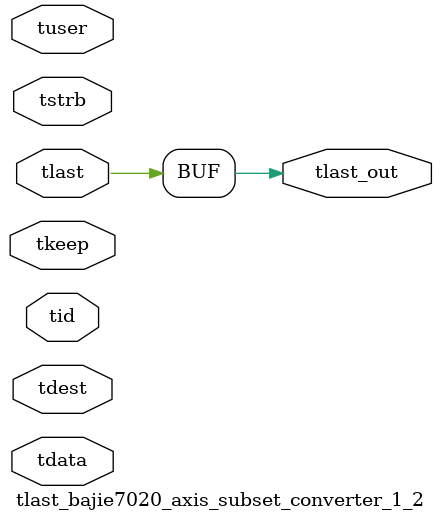
<source format=v>


`timescale 1ps/1ps

module tlast_bajie7020_axis_subset_converter_1_2 #
(
parameter C_S_AXIS_TID_WIDTH   = 1,
parameter C_S_AXIS_TUSER_WIDTH = 0,
parameter C_S_AXIS_TDATA_WIDTH = 0,
parameter C_S_AXIS_TDEST_WIDTH = 0
)
(
input  [(C_S_AXIS_TID_WIDTH   == 0 ? 1 : C_S_AXIS_TID_WIDTH)-1:0       ] tid,
input  [(C_S_AXIS_TDATA_WIDTH == 0 ? 1 : C_S_AXIS_TDATA_WIDTH)-1:0     ] tdata,
input  [(C_S_AXIS_TUSER_WIDTH == 0 ? 1 : C_S_AXIS_TUSER_WIDTH)-1:0     ] tuser,
input  [(C_S_AXIS_TDEST_WIDTH == 0 ? 1 : C_S_AXIS_TDEST_WIDTH)-1:0     ] tdest,
input  [(C_S_AXIS_TDATA_WIDTH/8)-1:0 ] tkeep,
input  [(C_S_AXIS_TDATA_WIDTH/8)-1:0 ] tstrb,
input  [0:0]                                                             tlast,
output                                                                   tlast_out
);

assign tlast_out = {tlast};

endmodule


</source>
